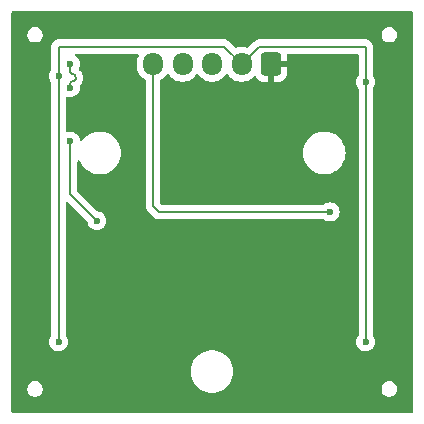
<source format=gbr>
%TF.GenerationSoftware,KiCad,Pcbnew,8.0.5*%
%TF.CreationDate,2024-10-09T23:06:32-04:00*%
%TF.ProjectId,4-Channel Array V3,342d4368-616e-46e6-956c-204172726179,rev?*%
%TF.SameCoordinates,Original*%
%TF.FileFunction,Copper,L2,Bot*%
%TF.FilePolarity,Positive*%
%FSLAX46Y46*%
G04 Gerber Fmt 4.6, Leading zero omitted, Abs format (unit mm)*
G04 Created by KiCad (PCBNEW 8.0.5) date 2024-10-09 23:06:32*
%MOMM*%
%LPD*%
G01*
G04 APERTURE LIST*
G04 Aperture macros list*
%AMRoundRect*
0 Rectangle with rounded corners*
0 $1 Rounding radius*
0 $2 $3 $4 $5 $6 $7 $8 $9 X,Y pos of 4 corners*
0 Add a 4 corners polygon primitive as box body*
4,1,4,$2,$3,$4,$5,$6,$7,$8,$9,$2,$3,0*
0 Add four circle primitives for the rounded corners*
1,1,$1+$1,$2,$3*
1,1,$1+$1,$4,$5*
1,1,$1+$1,$6,$7*
1,1,$1+$1,$8,$9*
0 Add four rect primitives between the rounded corners*
20,1,$1+$1,$2,$3,$4,$5,0*
20,1,$1+$1,$4,$5,$6,$7,0*
20,1,$1+$1,$6,$7,$8,$9,0*
20,1,$1+$1,$8,$9,$2,$3,0*%
G04 Aperture macros list end*
%TA.AperFunction,ComponentPad*%
%ADD10RoundRect,0.250000X0.600000X0.725000X-0.600000X0.725000X-0.600000X-0.725000X0.600000X-0.725000X0*%
%TD*%
%TA.AperFunction,ComponentPad*%
%ADD11O,1.700000X1.950000*%
%TD*%
%TA.AperFunction,ViaPad*%
%ADD12C,0.600000*%
%TD*%
%TA.AperFunction,Conductor*%
%ADD13C,0.200000*%
%TD*%
G04 APERTURE END LIST*
D10*
%TO.P,J1,1,Pin_1*%
%TO.N,Net-(J1-Pin_1)*%
X170000000Y-52500000D03*
D11*
%TO.P,J1,2,Pin_2*%
%TO.N,Net-(J1-Pin_2)*%
X167500000Y-52500000D03*
%TO.P,J1,3,Pin_3*%
%TO.N,Net-(J1-Pin_3)*%
X165000000Y-52500000D03*
%TO.P,J1,4,Pin_4*%
%TO.N,Net-(J1-Pin_4)*%
X162500000Y-52500000D03*
%TO.P,J1,5,Pin_5*%
%TO.N,Net-(J1-Pin_5)*%
X160000000Y-52500000D03*
%TD*%
D12*
%TO.N,Net-(J1-Pin_2)*%
X178000000Y-54000000D03*
X152000000Y-53500000D03*
X152000000Y-76000000D03*
X178000000Y-76000000D03*
%TO.N,Net-(J1-Pin_1)*%
X151500000Y-79500000D03*
X163500000Y-74411600D03*
X180000000Y-51000000D03*
X163500000Y-70500000D03*
X163500000Y-72455800D03*
X166122200Y-71195400D03*
X170000000Y-49000000D03*
X178000000Y-79000000D03*
X175500000Y-52000000D03*
X150500000Y-51000000D03*
X171000000Y-56500000D03*
X166116200Y-73116200D03*
%TO.N,Net-(J1-Pin_5)*%
X175000000Y-65000000D03*
%TO.N,Net-(MK1-CLK)*%
X153000000Y-52500000D03*
X153000000Y-54500000D03*
%TO.N,Net-(U1-O0)*%
X155250000Y-65750000D03*
X153000000Y-59000000D03*
%TD*%
D13*
%TO.N,Net-(J1-Pin_2)*%
X166000000Y-51000000D02*
X152000000Y-51000000D01*
X169000000Y-51000000D02*
X178000000Y-51000000D01*
X178000000Y-54000000D02*
X178000000Y-76000000D01*
X167500000Y-52500000D02*
X166000000Y-51000000D01*
X178000000Y-51000000D02*
X178000000Y-54000000D01*
X152000000Y-51000000D02*
X152000000Y-76000000D01*
X167500000Y-52500000D02*
X169000000Y-51000000D01*
%TO.N,Net-(J1-Pin_5)*%
X160500000Y-65000000D02*
X160000000Y-64500000D01*
X160000000Y-64500000D02*
X160000000Y-52500000D01*
X175000000Y-65000000D02*
X160500000Y-65000000D01*
%TO.N,Net-(MK1-CLK)*%
X153440000Y-53559435D02*
X153440000Y-53719435D01*
X153000000Y-52500000D02*
X153000000Y-53119435D01*
X153000000Y-54319435D02*
X153000000Y-54500000D01*
X153000000Y-54159435D02*
X153000000Y-54319435D01*
X153220000Y-53939435D02*
G75*
G03*
X153000035Y-54159435I0J-219965D01*
G01*
X153000000Y-53119435D02*
G75*
G03*
X153220000Y-53339400I220000J35D01*
G01*
X153220000Y-53339435D02*
G75*
G02*
X153439965Y-53559435I0J-219965D01*
G01*
X153440000Y-53719435D02*
G75*
G02*
X153220000Y-53939400I-220000J35D01*
G01*
%TO.N,Net-(U1-O0)*%
X155250000Y-65750000D02*
X153000000Y-63500000D01*
X153000000Y-63500000D02*
X153000000Y-59000000D01*
%TD*%
%TA.AperFunction,Conductor*%
%TO.N,Net-(J1-Pin_1)*%
G36*
X181942539Y-48020185D02*
G01*
X181988294Y-48072989D01*
X181999500Y-48124500D01*
X181999500Y-81875500D01*
X181979815Y-81942539D01*
X181927011Y-81988294D01*
X181875500Y-81999500D01*
X148124500Y-81999500D01*
X148057461Y-81979815D01*
X148011706Y-81927011D01*
X148000500Y-81875500D01*
X148000500Y-80044071D01*
X149349499Y-80044071D01*
X149374497Y-80169738D01*
X149374499Y-80169744D01*
X149423533Y-80288124D01*
X149423538Y-80288133D01*
X149494723Y-80394668D01*
X149494726Y-80394672D01*
X149585327Y-80485273D01*
X149585331Y-80485276D01*
X149691866Y-80556461D01*
X149691872Y-80556464D01*
X149691873Y-80556465D01*
X149810256Y-80605501D01*
X149810260Y-80605501D01*
X149810261Y-80605502D01*
X149935928Y-80630500D01*
X149935931Y-80630500D01*
X150064071Y-80630500D01*
X150148615Y-80613682D01*
X150189744Y-80605501D01*
X150308127Y-80556465D01*
X150414669Y-80485276D01*
X150505276Y-80394669D01*
X150576465Y-80288127D01*
X150625501Y-80169744D01*
X150646604Y-80063654D01*
X150650500Y-80044071D01*
X150650500Y-79915928D01*
X150625502Y-79790261D01*
X150625501Y-79790260D01*
X150625501Y-79790256D01*
X150576465Y-79671873D01*
X150576464Y-79671872D01*
X150576461Y-79671866D01*
X150505276Y-79565331D01*
X150505273Y-79565327D01*
X150414672Y-79474726D01*
X150414668Y-79474723D01*
X150308133Y-79403538D01*
X150308124Y-79403533D01*
X150189744Y-79354499D01*
X150189738Y-79354497D01*
X150064071Y-79329500D01*
X150064069Y-79329500D01*
X149935931Y-79329500D01*
X149935929Y-79329500D01*
X149810261Y-79354497D01*
X149810255Y-79354499D01*
X149691875Y-79403533D01*
X149691866Y-79403538D01*
X149585331Y-79474723D01*
X149585327Y-79474726D01*
X149494726Y-79565327D01*
X149494723Y-79565331D01*
X149423538Y-79671866D01*
X149423533Y-79671875D01*
X149374499Y-79790255D01*
X149374497Y-79790261D01*
X149349500Y-79915928D01*
X149349500Y-79915931D01*
X149349500Y-80044069D01*
X149349500Y-80044071D01*
X149349499Y-80044071D01*
X148000500Y-80044071D01*
X148000500Y-78499995D01*
X163194451Y-78499995D01*
X163194451Y-78500004D01*
X163214616Y-78769101D01*
X163274664Y-79032188D01*
X163274666Y-79032195D01*
X163373257Y-79283398D01*
X163508185Y-79517102D01*
X163631606Y-79671866D01*
X163676442Y-79728089D01*
X163863183Y-79901358D01*
X163874259Y-79911635D01*
X164097226Y-80063651D01*
X164340359Y-80180738D01*
X164598228Y-80260280D01*
X164598229Y-80260280D01*
X164598232Y-80260281D01*
X164865063Y-80300499D01*
X164865068Y-80300499D01*
X164865071Y-80300500D01*
X164865072Y-80300500D01*
X165134928Y-80300500D01*
X165134929Y-80300500D01*
X165134936Y-80300499D01*
X165401767Y-80260281D01*
X165401768Y-80260280D01*
X165401772Y-80260280D01*
X165659641Y-80180738D01*
X165902775Y-80063651D01*
X165931494Y-80044071D01*
X179349499Y-80044071D01*
X179374497Y-80169738D01*
X179374499Y-80169744D01*
X179423533Y-80288124D01*
X179423538Y-80288133D01*
X179494723Y-80394668D01*
X179494726Y-80394672D01*
X179585327Y-80485273D01*
X179585331Y-80485276D01*
X179691866Y-80556461D01*
X179691872Y-80556464D01*
X179691873Y-80556465D01*
X179810256Y-80605501D01*
X179810260Y-80605501D01*
X179810261Y-80605502D01*
X179935928Y-80630500D01*
X179935931Y-80630500D01*
X180064071Y-80630500D01*
X180148615Y-80613682D01*
X180189744Y-80605501D01*
X180308127Y-80556465D01*
X180414669Y-80485276D01*
X180505276Y-80394669D01*
X180576465Y-80288127D01*
X180625501Y-80169744D01*
X180646604Y-80063654D01*
X180650500Y-80044071D01*
X180650500Y-79915928D01*
X180625502Y-79790261D01*
X180625501Y-79790260D01*
X180625501Y-79790256D01*
X180576465Y-79671873D01*
X180576464Y-79671872D01*
X180576461Y-79671866D01*
X180505276Y-79565331D01*
X180505273Y-79565327D01*
X180414672Y-79474726D01*
X180414668Y-79474723D01*
X180308133Y-79403538D01*
X180308124Y-79403533D01*
X180189744Y-79354499D01*
X180189738Y-79354497D01*
X180064071Y-79329500D01*
X180064069Y-79329500D01*
X179935931Y-79329500D01*
X179935929Y-79329500D01*
X179810261Y-79354497D01*
X179810255Y-79354499D01*
X179691875Y-79403533D01*
X179691866Y-79403538D01*
X179585331Y-79474723D01*
X179585327Y-79474726D01*
X179494726Y-79565327D01*
X179494723Y-79565331D01*
X179423538Y-79671866D01*
X179423533Y-79671875D01*
X179374499Y-79790255D01*
X179374497Y-79790261D01*
X179349500Y-79915928D01*
X179349500Y-79915931D01*
X179349500Y-80044069D01*
X179349500Y-80044071D01*
X179349499Y-80044071D01*
X165931494Y-80044071D01*
X166125741Y-79911635D01*
X166323561Y-79728085D01*
X166491815Y-79517102D01*
X166626743Y-79283398D01*
X166725334Y-79032195D01*
X166785383Y-78769103D01*
X166805549Y-78500000D01*
X166785383Y-78230897D01*
X166725334Y-77967805D01*
X166626743Y-77716602D01*
X166491815Y-77482898D01*
X166323561Y-77271915D01*
X166323560Y-77271914D01*
X166323557Y-77271910D01*
X166125741Y-77088365D01*
X165902775Y-76936349D01*
X165902769Y-76936346D01*
X165902768Y-76936345D01*
X165902767Y-76936344D01*
X165659643Y-76819263D01*
X165659645Y-76819263D01*
X165401773Y-76739720D01*
X165401767Y-76739718D01*
X165134936Y-76699500D01*
X165134929Y-76699500D01*
X164865071Y-76699500D01*
X164865063Y-76699500D01*
X164598232Y-76739718D01*
X164598226Y-76739720D01*
X164340358Y-76819262D01*
X164097230Y-76936346D01*
X163874258Y-77088365D01*
X163676442Y-77271910D01*
X163508185Y-77482898D01*
X163373258Y-77716599D01*
X163373256Y-77716603D01*
X163274666Y-77967804D01*
X163274664Y-77967811D01*
X163214616Y-78230898D01*
X163194451Y-78499995D01*
X148000500Y-78499995D01*
X148000500Y-53499996D01*
X151194435Y-53499996D01*
X151194435Y-53500003D01*
X151214630Y-53679249D01*
X151214631Y-53679254D01*
X151274211Y-53849523D01*
X151291197Y-53876555D01*
X151368760Y-53999996D01*
X151370185Y-54002263D01*
X151372445Y-54005097D01*
X151373334Y-54007275D01*
X151373889Y-54008158D01*
X151373734Y-54008255D01*
X151398855Y-54069783D01*
X151399500Y-54082412D01*
X151399500Y-75417587D01*
X151379815Y-75484626D01*
X151372450Y-75494896D01*
X151370186Y-75497734D01*
X151274211Y-75650476D01*
X151214631Y-75820745D01*
X151214630Y-75820750D01*
X151194435Y-75999996D01*
X151194435Y-76000003D01*
X151214630Y-76179249D01*
X151214631Y-76179254D01*
X151274211Y-76349523D01*
X151370184Y-76502262D01*
X151497738Y-76629816D01*
X151650478Y-76725789D01*
X151690285Y-76739718D01*
X151820745Y-76785368D01*
X151820750Y-76785369D01*
X151999996Y-76805565D01*
X152000000Y-76805565D01*
X152000004Y-76805565D01*
X152179249Y-76785369D01*
X152179252Y-76785368D01*
X152179255Y-76785368D01*
X152349522Y-76725789D01*
X152502262Y-76629816D01*
X152629816Y-76502262D01*
X152725789Y-76349522D01*
X152785368Y-76179255D01*
X152805565Y-76000000D01*
X152785368Y-75820745D01*
X152725789Y-75650478D01*
X152629816Y-75497738D01*
X152629814Y-75497736D01*
X152629813Y-75497734D01*
X152627550Y-75494896D01*
X152626659Y-75492715D01*
X152626111Y-75491842D01*
X152626264Y-75491745D01*
X152601144Y-75430209D01*
X152600500Y-75417587D01*
X152600500Y-64249097D01*
X152620185Y-64182058D01*
X152672989Y-64136303D01*
X152742147Y-64126359D01*
X152805703Y-64155384D01*
X152812179Y-64161414D01*
X153631284Y-64980520D01*
X154419298Y-65768534D01*
X154452783Y-65829857D01*
X154454837Y-65842331D01*
X154464630Y-65929249D01*
X154524210Y-66099521D01*
X154620184Y-66252262D01*
X154747738Y-66379816D01*
X154900478Y-66475789D01*
X155070745Y-66535368D01*
X155070750Y-66535369D01*
X155249996Y-66555565D01*
X155250000Y-66555565D01*
X155250004Y-66555565D01*
X155429249Y-66535369D01*
X155429252Y-66535368D01*
X155429255Y-66535368D01*
X155599522Y-66475789D01*
X155752262Y-66379816D01*
X155879816Y-66252262D01*
X155975789Y-66099522D01*
X156035368Y-65929255D01*
X156045162Y-65842331D01*
X156055565Y-65750003D01*
X156055565Y-65749996D01*
X156035369Y-65570750D01*
X156035368Y-65570745D01*
X155975788Y-65400476D01*
X155879815Y-65247737D01*
X155752262Y-65120184D01*
X155599521Y-65024210D01*
X155429249Y-64964630D01*
X155342331Y-64954837D01*
X155277917Y-64927770D01*
X155268534Y-64919298D01*
X153636819Y-63287583D01*
X153603334Y-63226260D01*
X153600500Y-63199902D01*
X153600500Y-60743781D01*
X153620185Y-60676742D01*
X153672989Y-60630987D01*
X153742147Y-60621043D01*
X153805703Y-60650068D01*
X153839927Y-60698477D01*
X153873257Y-60783398D01*
X154008185Y-61017102D01*
X154144080Y-61187509D01*
X154176442Y-61228089D01*
X154363183Y-61401358D01*
X154374259Y-61411635D01*
X154597226Y-61563651D01*
X154840359Y-61680738D01*
X155098228Y-61760280D01*
X155098229Y-61760280D01*
X155098232Y-61760281D01*
X155365063Y-61800499D01*
X155365068Y-61800499D01*
X155365071Y-61800500D01*
X155365072Y-61800500D01*
X155634928Y-61800500D01*
X155634929Y-61800500D01*
X155634936Y-61800499D01*
X155901767Y-61760281D01*
X155901768Y-61760280D01*
X155901772Y-61760280D01*
X156159641Y-61680738D01*
X156402775Y-61563651D01*
X156625741Y-61411635D01*
X156823561Y-61228085D01*
X156991815Y-61017102D01*
X157126743Y-60783398D01*
X157225334Y-60532195D01*
X157285383Y-60269103D01*
X157305549Y-60000000D01*
X157285383Y-59730897D01*
X157225334Y-59467805D01*
X157126743Y-59216602D01*
X156991815Y-58982898D01*
X156823561Y-58771915D01*
X156823560Y-58771914D01*
X156823557Y-58771910D01*
X156625741Y-58588365D01*
X156402775Y-58436349D01*
X156402769Y-58436346D01*
X156402768Y-58436345D01*
X156402767Y-58436344D01*
X156159643Y-58319263D01*
X156159645Y-58319263D01*
X155901773Y-58239720D01*
X155901767Y-58239718D01*
X155634936Y-58199500D01*
X155634929Y-58199500D01*
X155365071Y-58199500D01*
X155365063Y-58199500D01*
X155098232Y-58239718D01*
X155098226Y-58239720D01*
X154840358Y-58319262D01*
X154597230Y-58436346D01*
X154374258Y-58588365D01*
X154176442Y-58771910D01*
X154015609Y-58973587D01*
X153958420Y-59013727D01*
X153888608Y-59016577D01*
X153828339Y-58981231D01*
X153796746Y-58918912D01*
X153795442Y-58910156D01*
X153785369Y-58820750D01*
X153785368Y-58820745D01*
X153725788Y-58650476D01*
X153629815Y-58497737D01*
X153502262Y-58370184D01*
X153349523Y-58274211D01*
X153179254Y-58214631D01*
X153179249Y-58214630D01*
X153000004Y-58194435D01*
X152999996Y-58194435D01*
X152820750Y-58214630D01*
X152820739Y-58214633D01*
X152765453Y-58233978D01*
X152695674Y-58237539D01*
X152635047Y-58202809D01*
X152602821Y-58140816D01*
X152600500Y-58116936D01*
X152600500Y-55383062D01*
X152620185Y-55316023D01*
X152672989Y-55270268D01*
X152742147Y-55260324D01*
X152765448Y-55266018D01*
X152820745Y-55285368D01*
X152820748Y-55285368D01*
X152820750Y-55285369D01*
X152999996Y-55305565D01*
X153000000Y-55305565D01*
X153000004Y-55305565D01*
X153179249Y-55285369D01*
X153179252Y-55285368D01*
X153179255Y-55285368D01*
X153349522Y-55225789D01*
X153502262Y-55129816D01*
X153629816Y-55002262D01*
X153725789Y-54849522D01*
X153785368Y-54679255D01*
X153785369Y-54679249D01*
X153805565Y-54500003D01*
X153805565Y-54499997D01*
X153791411Y-54374382D01*
X153803465Y-54305560D01*
X153826959Y-54272808D01*
X153857272Y-54242500D01*
X153857272Y-54242499D01*
X153857277Y-54242495D01*
X153947075Y-54108132D01*
X154008938Y-53958833D01*
X154040488Y-53800335D01*
X154040488Y-53800333D01*
X154040500Y-53800213D01*
X154040500Y-53718935D01*
X154040504Y-53693345D01*
X154040511Y-53646617D01*
X154040509Y-53646612D01*
X154040511Y-53639290D01*
X154040500Y-53639090D01*
X154040500Y-53478953D01*
X154040476Y-53478724D01*
X154040477Y-53478714D01*
X154008966Y-53320181D01*
X153947129Y-53170844D01*
X153857344Y-53036441D01*
X153766527Y-52945610D01*
X153733048Y-52884286D01*
X153737174Y-52816983D01*
X153785368Y-52679255D01*
X153805565Y-52500000D01*
X153798519Y-52437465D01*
X153785369Y-52320750D01*
X153785368Y-52320745D01*
X153725788Y-52150476D01*
X153629815Y-51997737D01*
X153502262Y-51870184D01*
X153480624Y-51856588D01*
X153437503Y-51829493D01*
X153391213Y-51777159D01*
X153380565Y-51708106D01*
X153408940Y-51644257D01*
X153467330Y-51605885D01*
X153503476Y-51600500D01*
X158676576Y-51600500D01*
X158743615Y-51620185D01*
X158789370Y-51672989D01*
X158799314Y-51742147D01*
X158787061Y-51780794D01*
X158748445Y-51856582D01*
X158682753Y-52058760D01*
X158649500Y-52268713D01*
X158649500Y-52731286D01*
X158675039Y-52892536D01*
X158682754Y-52941243D01*
X158713685Y-53036439D01*
X158748444Y-53143414D01*
X158844951Y-53332820D01*
X158969890Y-53504786D01*
X159120213Y-53655109D01*
X159292184Y-53780051D01*
X159292184Y-53780052D01*
X159331793Y-53800233D01*
X159382590Y-53848206D01*
X159399500Y-53910718D01*
X159399500Y-64413330D01*
X159399499Y-64413348D01*
X159399499Y-64579054D01*
X159399498Y-64579054D01*
X159440423Y-64731785D01*
X159461457Y-64768216D01*
X159519480Y-64868716D01*
X159631284Y-64980520D01*
X159631285Y-64980521D01*
X160131284Y-65480520D01*
X160131286Y-65480521D01*
X160131290Y-65480524D01*
X160268209Y-65559573D01*
X160268216Y-65559577D01*
X160420943Y-65600501D01*
X160420945Y-65600501D01*
X160586654Y-65600501D01*
X160586670Y-65600500D01*
X174417588Y-65600500D01*
X174484627Y-65620185D01*
X174494903Y-65627555D01*
X174497736Y-65629814D01*
X174497738Y-65629816D01*
X174650478Y-65725789D01*
X174719678Y-65750003D01*
X174820745Y-65785368D01*
X174820750Y-65785369D01*
X174999996Y-65805565D01*
X175000000Y-65805565D01*
X175000004Y-65805565D01*
X175179249Y-65785369D01*
X175179252Y-65785368D01*
X175179255Y-65785368D01*
X175349522Y-65725789D01*
X175502262Y-65629816D01*
X175629816Y-65502262D01*
X175725789Y-65349522D01*
X175785368Y-65179255D01*
X175802837Y-65024211D01*
X175805565Y-65000003D01*
X175805565Y-64999996D01*
X175785369Y-64820750D01*
X175785368Y-64820745D01*
X175766987Y-64768215D01*
X175725789Y-64650478D01*
X175629816Y-64497738D01*
X175502262Y-64370184D01*
X175491117Y-64363181D01*
X175349523Y-64274211D01*
X175179254Y-64214631D01*
X175179249Y-64214630D01*
X175000004Y-64194435D01*
X174999996Y-64194435D01*
X174820750Y-64214630D01*
X174820745Y-64214631D01*
X174650476Y-64274211D01*
X174497736Y-64370185D01*
X174494903Y-64372445D01*
X174492724Y-64373334D01*
X174491842Y-64373889D01*
X174491744Y-64373734D01*
X174430217Y-64398855D01*
X174417588Y-64399500D01*
X160800098Y-64399500D01*
X160733059Y-64379815D01*
X160712417Y-64363181D01*
X160636819Y-64287583D01*
X160603334Y-64226260D01*
X160600500Y-64199902D01*
X160600500Y-59999995D01*
X172694451Y-59999995D01*
X172694451Y-60000004D01*
X172714616Y-60269101D01*
X172774664Y-60532188D01*
X172774666Y-60532195D01*
X172873257Y-60783398D01*
X173008185Y-61017102D01*
X173144080Y-61187509D01*
X173176442Y-61228089D01*
X173363183Y-61401358D01*
X173374259Y-61411635D01*
X173597226Y-61563651D01*
X173840359Y-61680738D01*
X174098228Y-61760280D01*
X174098229Y-61760280D01*
X174098232Y-61760281D01*
X174365063Y-61800499D01*
X174365068Y-61800499D01*
X174365071Y-61800500D01*
X174365072Y-61800500D01*
X174634928Y-61800500D01*
X174634929Y-61800500D01*
X174634936Y-61800499D01*
X174901767Y-61760281D01*
X174901768Y-61760280D01*
X174901772Y-61760280D01*
X175159641Y-61680738D01*
X175402775Y-61563651D01*
X175625741Y-61411635D01*
X175823561Y-61228085D01*
X175991815Y-61017102D01*
X176126743Y-60783398D01*
X176225334Y-60532195D01*
X176285383Y-60269103D01*
X176305549Y-60000000D01*
X176285383Y-59730897D01*
X176225334Y-59467805D01*
X176126743Y-59216602D01*
X175991815Y-58982898D01*
X175823561Y-58771915D01*
X175823560Y-58771914D01*
X175823557Y-58771910D01*
X175625741Y-58588365D01*
X175402775Y-58436349D01*
X175402769Y-58436346D01*
X175402768Y-58436345D01*
X175402767Y-58436344D01*
X175159643Y-58319263D01*
X175159645Y-58319263D01*
X174901773Y-58239720D01*
X174901767Y-58239718D01*
X174634936Y-58199500D01*
X174634929Y-58199500D01*
X174365071Y-58199500D01*
X174365063Y-58199500D01*
X174098232Y-58239718D01*
X174098226Y-58239720D01*
X173840358Y-58319262D01*
X173597230Y-58436346D01*
X173374258Y-58588365D01*
X173176442Y-58771910D01*
X173008185Y-58982898D01*
X172873258Y-59216599D01*
X172873256Y-59216603D01*
X172774666Y-59467804D01*
X172774664Y-59467811D01*
X172714616Y-59730898D01*
X172694451Y-59999995D01*
X160600500Y-59999995D01*
X160600500Y-53910718D01*
X160620185Y-53843679D01*
X160668207Y-53800233D01*
X160707815Y-53780052D01*
X160707815Y-53780051D01*
X160707816Y-53780051D01*
X160799193Y-53713661D01*
X160879786Y-53655109D01*
X160879788Y-53655106D01*
X160879792Y-53655104D01*
X161030104Y-53504792D01*
X161149683Y-53340204D01*
X161205011Y-53297540D01*
X161274624Y-53291561D01*
X161336420Y-53324166D01*
X161350313Y-53340199D01*
X161415709Y-53430209D01*
X161469896Y-53504792D01*
X161620213Y-53655109D01*
X161792179Y-53780048D01*
X161792181Y-53780049D01*
X161792184Y-53780051D01*
X161981588Y-53876557D01*
X162183757Y-53942246D01*
X162393713Y-53975500D01*
X162393714Y-53975500D01*
X162606286Y-53975500D01*
X162606287Y-53975500D01*
X162816243Y-53942246D01*
X163018412Y-53876557D01*
X163207816Y-53780051D01*
X163291936Y-53718935D01*
X163379786Y-53655109D01*
X163379788Y-53655106D01*
X163379792Y-53655104D01*
X163530104Y-53504792D01*
X163649683Y-53340204D01*
X163705011Y-53297540D01*
X163774624Y-53291561D01*
X163836420Y-53324166D01*
X163850313Y-53340199D01*
X163915709Y-53430209D01*
X163969896Y-53504792D01*
X164120213Y-53655109D01*
X164292179Y-53780048D01*
X164292181Y-53780049D01*
X164292184Y-53780051D01*
X164481588Y-53876557D01*
X164683757Y-53942246D01*
X164893713Y-53975500D01*
X164893714Y-53975500D01*
X165106286Y-53975500D01*
X165106287Y-53975500D01*
X165316243Y-53942246D01*
X165518412Y-53876557D01*
X165707816Y-53780051D01*
X165791936Y-53718935D01*
X165879786Y-53655109D01*
X165879788Y-53655106D01*
X165879792Y-53655104D01*
X166030104Y-53504792D01*
X166149683Y-53340204D01*
X166205011Y-53297540D01*
X166274624Y-53291561D01*
X166336420Y-53324166D01*
X166350313Y-53340199D01*
X166415709Y-53430209D01*
X166469896Y-53504792D01*
X166620213Y-53655109D01*
X166792179Y-53780048D01*
X166792181Y-53780049D01*
X166792184Y-53780051D01*
X166981588Y-53876557D01*
X167183757Y-53942246D01*
X167393713Y-53975500D01*
X167393714Y-53975500D01*
X167606286Y-53975500D01*
X167606287Y-53975500D01*
X167816243Y-53942246D01*
X168018412Y-53876557D01*
X168207816Y-53780051D01*
X168291936Y-53718935D01*
X168379784Y-53655110D01*
X168379784Y-53655109D01*
X168379792Y-53655104D01*
X168518967Y-53515928D01*
X168580286Y-53482446D01*
X168649978Y-53487430D01*
X168705912Y-53529301D01*
X168712184Y-53538515D01*
X168807684Y-53693345D01*
X168931654Y-53817315D01*
X169080875Y-53909356D01*
X169080880Y-53909358D01*
X169247302Y-53964505D01*
X169247309Y-53964506D01*
X169350019Y-53974999D01*
X169749999Y-53974999D01*
X169750000Y-53974998D01*
X169750000Y-52904145D01*
X169816657Y-52942630D01*
X169937465Y-52975000D01*
X170062535Y-52975000D01*
X170183343Y-52942630D01*
X170250000Y-52904145D01*
X170250000Y-53974999D01*
X170649972Y-53974999D01*
X170649986Y-53974998D01*
X170752697Y-53964505D01*
X170919119Y-53909358D01*
X170919124Y-53909356D01*
X171068345Y-53817315D01*
X171192315Y-53693345D01*
X171284356Y-53544124D01*
X171284358Y-53544119D01*
X171339505Y-53377697D01*
X171339506Y-53377690D01*
X171349999Y-53274986D01*
X171350000Y-53274973D01*
X171350000Y-52750000D01*
X170404146Y-52750000D01*
X170442630Y-52683343D01*
X170475000Y-52562535D01*
X170475000Y-52437465D01*
X170442630Y-52316657D01*
X170404146Y-52250000D01*
X171349999Y-52250000D01*
X171349999Y-51724500D01*
X171369684Y-51657461D01*
X171422488Y-51611706D01*
X171473999Y-51600500D01*
X177275500Y-51600500D01*
X177342539Y-51620185D01*
X177388294Y-51672989D01*
X177399500Y-51724500D01*
X177399500Y-53417587D01*
X177379815Y-53484626D01*
X177372450Y-53494896D01*
X177370186Y-53497734D01*
X177274211Y-53650476D01*
X177214631Y-53820745D01*
X177214630Y-53820750D01*
X177194435Y-53999996D01*
X177194435Y-54000003D01*
X177214630Y-54179249D01*
X177214631Y-54179254D01*
X177274211Y-54349523D01*
X177370185Y-54502263D01*
X177372445Y-54505097D01*
X177373334Y-54507275D01*
X177373889Y-54508158D01*
X177373734Y-54508255D01*
X177398855Y-54569783D01*
X177399500Y-54582412D01*
X177399500Y-75417587D01*
X177379815Y-75484626D01*
X177372450Y-75494896D01*
X177370186Y-75497734D01*
X177274211Y-75650476D01*
X177214631Y-75820745D01*
X177214630Y-75820750D01*
X177194435Y-75999996D01*
X177194435Y-76000003D01*
X177214630Y-76179249D01*
X177214631Y-76179254D01*
X177274211Y-76349523D01*
X177370184Y-76502262D01*
X177497738Y-76629816D01*
X177650478Y-76725789D01*
X177690285Y-76739718D01*
X177820745Y-76785368D01*
X177820750Y-76785369D01*
X177999996Y-76805565D01*
X178000000Y-76805565D01*
X178000004Y-76805565D01*
X178179249Y-76785369D01*
X178179252Y-76785368D01*
X178179255Y-76785368D01*
X178349522Y-76725789D01*
X178502262Y-76629816D01*
X178629816Y-76502262D01*
X178725789Y-76349522D01*
X178785368Y-76179255D01*
X178805565Y-76000000D01*
X178785368Y-75820745D01*
X178725789Y-75650478D01*
X178629816Y-75497738D01*
X178629814Y-75497736D01*
X178629813Y-75497734D01*
X178627550Y-75494896D01*
X178626659Y-75492715D01*
X178626111Y-75491842D01*
X178626264Y-75491745D01*
X178601144Y-75430209D01*
X178600500Y-75417587D01*
X178600500Y-54582412D01*
X178620185Y-54515373D01*
X178627555Y-54505097D01*
X178629810Y-54502267D01*
X178629816Y-54502262D01*
X178725789Y-54349522D01*
X178785368Y-54179255D01*
X178785369Y-54179249D01*
X178805565Y-54000003D01*
X178805565Y-53999996D01*
X178785369Y-53820750D01*
X178785368Y-53820745D01*
X178778226Y-53800335D01*
X178725789Y-53650478D01*
X178718633Y-53639090D01*
X178634248Y-53504792D01*
X178629816Y-53497738D01*
X178629814Y-53497736D01*
X178629813Y-53497734D01*
X178627550Y-53494896D01*
X178626659Y-53492715D01*
X178626111Y-53491842D01*
X178626264Y-53491745D01*
X178601144Y-53430209D01*
X178600500Y-53417587D01*
X178600500Y-50920945D01*
X178600500Y-50920943D01*
X178559577Y-50768216D01*
X178559573Y-50768209D01*
X178480524Y-50631290D01*
X178480518Y-50631282D01*
X178368717Y-50519481D01*
X178368709Y-50519475D01*
X178231790Y-50440426D01*
X178231786Y-50440424D01*
X178231784Y-50440423D01*
X178079057Y-50399500D01*
X169079057Y-50399500D01*
X168920942Y-50399500D01*
X168920940Y-50399500D01*
X168880019Y-50410464D01*
X168880019Y-50410465D01*
X168864330Y-50414669D01*
X168768214Y-50440423D01*
X168768209Y-50440426D01*
X168631290Y-50519475D01*
X168631282Y-50519481D01*
X168519478Y-50631286D01*
X168078867Y-51071896D01*
X168017544Y-51105381D01*
X167952868Y-51102146D01*
X167816240Y-51057753D01*
X167654957Y-51032208D01*
X167606287Y-51024500D01*
X167393713Y-51024500D01*
X167345042Y-51032208D01*
X167183760Y-51057753D01*
X167183757Y-51057754D01*
X167047129Y-51102147D01*
X166977290Y-51104142D01*
X166921132Y-51071897D01*
X166487590Y-50638355D01*
X166487588Y-50638352D01*
X166368717Y-50519481D01*
X166368716Y-50519480D01*
X166281904Y-50469360D01*
X166281904Y-50469359D01*
X166281900Y-50469358D01*
X166231785Y-50440423D01*
X166079057Y-50399499D01*
X165920943Y-50399499D01*
X165913347Y-50399499D01*
X165913331Y-50399500D01*
X151920943Y-50399500D01*
X151768216Y-50440423D01*
X151768209Y-50440426D01*
X151631290Y-50519475D01*
X151631282Y-50519481D01*
X151519481Y-50631282D01*
X151519475Y-50631290D01*
X151440426Y-50768209D01*
X151440423Y-50768216D01*
X151399500Y-50920943D01*
X151399500Y-52917587D01*
X151379815Y-52984626D01*
X151372450Y-52994896D01*
X151370186Y-52997734D01*
X151274211Y-53150476D01*
X151214631Y-53320745D01*
X151214630Y-53320750D01*
X151194435Y-53499996D01*
X148000500Y-53499996D01*
X148000500Y-50064071D01*
X149349499Y-50064071D01*
X149374497Y-50189738D01*
X149374499Y-50189744D01*
X149423533Y-50308124D01*
X149423538Y-50308133D01*
X149494723Y-50414668D01*
X149494726Y-50414672D01*
X149585327Y-50505273D01*
X149585331Y-50505276D01*
X149691866Y-50576461D01*
X149691872Y-50576464D01*
X149691873Y-50576465D01*
X149810256Y-50625501D01*
X149810260Y-50625501D01*
X149810261Y-50625502D01*
X149935928Y-50650500D01*
X149935931Y-50650500D01*
X150064071Y-50650500D01*
X150148615Y-50633682D01*
X150189744Y-50625501D01*
X150308127Y-50576465D01*
X150414669Y-50505276D01*
X150505276Y-50414669D01*
X150576465Y-50308127D01*
X150625501Y-50189744D01*
X150650500Y-50064071D01*
X179349499Y-50064071D01*
X179374497Y-50189738D01*
X179374499Y-50189744D01*
X179423533Y-50308124D01*
X179423538Y-50308133D01*
X179494723Y-50414668D01*
X179494726Y-50414672D01*
X179585327Y-50505273D01*
X179585331Y-50505276D01*
X179691866Y-50576461D01*
X179691872Y-50576464D01*
X179691873Y-50576465D01*
X179810256Y-50625501D01*
X179810260Y-50625501D01*
X179810261Y-50625502D01*
X179935928Y-50650500D01*
X179935931Y-50650500D01*
X180064071Y-50650500D01*
X180148615Y-50633682D01*
X180189744Y-50625501D01*
X180308127Y-50576465D01*
X180414669Y-50505276D01*
X180505276Y-50414669D01*
X180576465Y-50308127D01*
X180625501Y-50189744D01*
X180650500Y-50064069D01*
X180650500Y-49935931D01*
X180650500Y-49935928D01*
X180625502Y-49810261D01*
X180625501Y-49810260D01*
X180625501Y-49810256D01*
X180576465Y-49691873D01*
X180576464Y-49691872D01*
X180576461Y-49691866D01*
X180505276Y-49585331D01*
X180505273Y-49585327D01*
X180414672Y-49494726D01*
X180414668Y-49494723D01*
X180308133Y-49423538D01*
X180308124Y-49423533D01*
X180189744Y-49374499D01*
X180189738Y-49374497D01*
X180064071Y-49349500D01*
X180064069Y-49349500D01*
X179935931Y-49349500D01*
X179935929Y-49349500D01*
X179810261Y-49374497D01*
X179810255Y-49374499D01*
X179691875Y-49423533D01*
X179691866Y-49423538D01*
X179585331Y-49494723D01*
X179585327Y-49494726D01*
X179494726Y-49585327D01*
X179494723Y-49585331D01*
X179423538Y-49691866D01*
X179423533Y-49691875D01*
X179374499Y-49810255D01*
X179374497Y-49810261D01*
X179349500Y-49935928D01*
X179349500Y-49935931D01*
X179349500Y-50064069D01*
X179349500Y-50064071D01*
X179349499Y-50064071D01*
X150650500Y-50064071D01*
X150650500Y-50064069D01*
X150650500Y-49935931D01*
X150650500Y-49935928D01*
X150625502Y-49810261D01*
X150625501Y-49810260D01*
X150625501Y-49810256D01*
X150576465Y-49691873D01*
X150576464Y-49691872D01*
X150576461Y-49691866D01*
X150505276Y-49585331D01*
X150505273Y-49585327D01*
X150414672Y-49494726D01*
X150414668Y-49494723D01*
X150308133Y-49423538D01*
X150308124Y-49423533D01*
X150189744Y-49374499D01*
X150189738Y-49374497D01*
X150064071Y-49349500D01*
X150064069Y-49349500D01*
X149935931Y-49349500D01*
X149935929Y-49349500D01*
X149810261Y-49374497D01*
X149810255Y-49374499D01*
X149691875Y-49423533D01*
X149691866Y-49423538D01*
X149585331Y-49494723D01*
X149585327Y-49494726D01*
X149494726Y-49585327D01*
X149494723Y-49585331D01*
X149423538Y-49691866D01*
X149423533Y-49691875D01*
X149374499Y-49810255D01*
X149374497Y-49810261D01*
X149349500Y-49935928D01*
X149349500Y-49935931D01*
X149349500Y-50064069D01*
X149349500Y-50064071D01*
X149349499Y-50064071D01*
X148000500Y-50064071D01*
X148000500Y-48124500D01*
X148020185Y-48057461D01*
X148072989Y-48011706D01*
X148124500Y-48000500D01*
X149934108Y-48000500D01*
X181875500Y-48000500D01*
X181942539Y-48020185D01*
G37*
%TD.AperFunction*%
%TD*%
M02*

</source>
